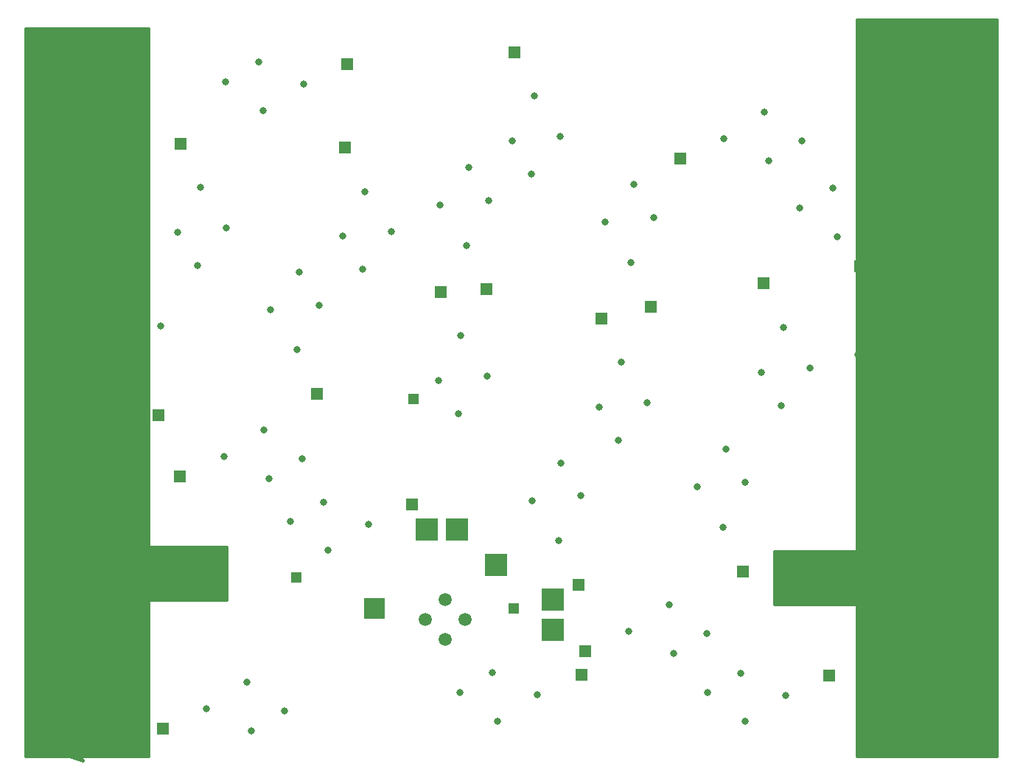
<source format=gbs>
G75*
%MOIN*%
%OFA0B0*%
%FSLAX25Y25*%
%IPPOS*%
%LPD*%
%AMOC8*
5,1,8,0,0,1.08239X$1,22.5*
%
%ADD10C,0.13635*%
%ADD11C,0.01600*%
%ADD12C,0.05950*%
%ADD13R,0.05792X0.05792*%
%ADD14C,0.03162*%
%ADD15R,0.04762X0.04762*%
%ADD16R,0.10249X0.10249*%
%ADD17R,0.09658X0.09658*%
D10*
X0047548Y0054595D03*
X0047548Y0353808D03*
X0407784Y0353808D03*
X0407784Y0054595D03*
D11*
X0067233Y0041800D02*
X0012115Y0041800D01*
X0035737Y0041800D01*
X0037706Y0039831D01*
X0031800Y0041800D01*
X0067233Y0041800D01*
X0067233Y0112666D01*
X0102666Y0112666D01*
X0102666Y0136288D01*
X0067233Y0136288D01*
X0067233Y0370540D01*
X0012115Y0370540D01*
X0012115Y0041800D01*
X0012115Y0043399D02*
X0067233Y0043399D01*
X0067233Y0044997D02*
X0012115Y0044997D01*
X0012115Y0046596D02*
X0067233Y0046596D01*
X0067233Y0048194D02*
X0012115Y0048194D01*
X0012115Y0049793D02*
X0067233Y0049793D01*
X0067233Y0051391D02*
X0012115Y0051391D01*
X0012115Y0052990D02*
X0067233Y0052990D01*
X0067233Y0054588D02*
X0012115Y0054588D01*
X0012115Y0056187D02*
X0067233Y0056187D01*
X0067233Y0057785D02*
X0012115Y0057785D01*
X0012115Y0059384D02*
X0067233Y0059384D01*
X0067233Y0060982D02*
X0012115Y0060982D01*
X0012115Y0062581D02*
X0067233Y0062581D01*
X0067233Y0064179D02*
X0012115Y0064179D01*
X0012115Y0065778D02*
X0067233Y0065778D01*
X0067233Y0067376D02*
X0012115Y0067376D01*
X0012115Y0068975D02*
X0067233Y0068975D01*
X0067233Y0070573D02*
X0012115Y0070573D01*
X0012115Y0072172D02*
X0067233Y0072172D01*
X0067233Y0073770D02*
X0012115Y0073770D01*
X0012115Y0075369D02*
X0067233Y0075369D01*
X0067233Y0076967D02*
X0012115Y0076967D01*
X0012115Y0078566D02*
X0067233Y0078566D01*
X0067233Y0080164D02*
X0012115Y0080164D01*
X0012115Y0081763D02*
X0067233Y0081763D01*
X0067233Y0083361D02*
X0012115Y0083361D01*
X0012115Y0084960D02*
X0067233Y0084960D01*
X0067233Y0086558D02*
X0012115Y0086558D01*
X0012115Y0088157D02*
X0067233Y0088157D01*
X0067233Y0089755D02*
X0012115Y0089755D01*
X0012115Y0091354D02*
X0067233Y0091354D01*
X0067233Y0092952D02*
X0012115Y0092952D01*
X0012115Y0094551D02*
X0067233Y0094551D01*
X0067233Y0096149D02*
X0012115Y0096149D01*
X0012115Y0097748D02*
X0067233Y0097748D01*
X0067233Y0099346D02*
X0012115Y0099346D01*
X0012115Y0100945D02*
X0067233Y0100945D01*
X0067233Y0102543D02*
X0012115Y0102543D01*
X0012115Y0104142D02*
X0067233Y0104142D01*
X0067233Y0105740D02*
X0012115Y0105740D01*
X0012115Y0107339D02*
X0067233Y0107339D01*
X0067233Y0108937D02*
X0012115Y0108937D01*
X0012115Y0110536D02*
X0067233Y0110536D01*
X0067233Y0112134D02*
X0012115Y0112134D01*
X0012115Y0113733D02*
X0102666Y0113733D01*
X0102666Y0115332D02*
X0012115Y0115332D01*
X0012115Y0116930D02*
X0102666Y0116930D01*
X0102666Y0118529D02*
X0012115Y0118529D01*
X0012115Y0120127D02*
X0102666Y0120127D01*
X0102666Y0121726D02*
X0012115Y0121726D01*
X0012115Y0123324D02*
X0102666Y0123324D01*
X0102666Y0124923D02*
X0012115Y0124923D01*
X0012115Y0126521D02*
X0102666Y0126521D01*
X0102666Y0128120D02*
X0012115Y0128120D01*
X0012115Y0129718D02*
X0102666Y0129718D01*
X0102666Y0131317D02*
X0012115Y0131317D01*
X0012115Y0132915D02*
X0102666Y0132915D01*
X0102666Y0134514D02*
X0012115Y0134514D01*
X0012115Y0136112D02*
X0102666Y0136112D01*
X0067233Y0137711D02*
X0012115Y0137711D01*
X0012115Y0139309D02*
X0067233Y0139309D01*
X0067233Y0140908D02*
X0012115Y0140908D01*
X0012115Y0142506D02*
X0067233Y0142506D01*
X0067233Y0144105D02*
X0012115Y0144105D01*
X0012115Y0145703D02*
X0067233Y0145703D01*
X0067233Y0147302D02*
X0012115Y0147302D01*
X0012115Y0148900D02*
X0067233Y0148900D01*
X0067233Y0150499D02*
X0012115Y0150499D01*
X0012115Y0152097D02*
X0067233Y0152097D01*
X0067233Y0153696D02*
X0012115Y0153696D01*
X0012115Y0155294D02*
X0067233Y0155294D01*
X0067233Y0156893D02*
X0012115Y0156893D01*
X0012115Y0158491D02*
X0067233Y0158491D01*
X0067233Y0160090D02*
X0012115Y0160090D01*
X0012115Y0161688D02*
X0067233Y0161688D01*
X0067233Y0163287D02*
X0012115Y0163287D01*
X0012115Y0164885D02*
X0067233Y0164885D01*
X0067233Y0166484D02*
X0012115Y0166484D01*
X0012115Y0168082D02*
X0067233Y0168082D01*
X0067233Y0169681D02*
X0012115Y0169681D01*
X0012115Y0171279D02*
X0067233Y0171279D01*
X0067233Y0172878D02*
X0012115Y0172878D01*
X0012115Y0174476D02*
X0067233Y0174476D01*
X0067233Y0176075D02*
X0012115Y0176075D01*
X0012115Y0177673D02*
X0067233Y0177673D01*
X0067233Y0179272D02*
X0012115Y0179272D01*
X0012115Y0180870D02*
X0067233Y0180870D01*
X0067233Y0182469D02*
X0012115Y0182469D01*
X0012115Y0184068D02*
X0067233Y0184068D01*
X0067233Y0185666D02*
X0012115Y0185666D01*
X0012115Y0187265D02*
X0067233Y0187265D01*
X0067233Y0188863D02*
X0012115Y0188863D01*
X0012115Y0190462D02*
X0067233Y0190462D01*
X0067233Y0192060D02*
X0012115Y0192060D01*
X0012115Y0193659D02*
X0067233Y0193659D01*
X0067233Y0195257D02*
X0012115Y0195257D01*
X0012115Y0196856D02*
X0067233Y0196856D01*
X0067233Y0198454D02*
X0012115Y0198454D01*
X0012115Y0200053D02*
X0067233Y0200053D01*
X0067233Y0201651D02*
X0012115Y0201651D01*
X0012115Y0203250D02*
X0067233Y0203250D01*
X0067233Y0204848D02*
X0012115Y0204848D01*
X0012115Y0206447D02*
X0067233Y0206447D01*
X0067233Y0208045D02*
X0012115Y0208045D01*
X0012115Y0209644D02*
X0067233Y0209644D01*
X0067233Y0211242D02*
X0012115Y0211242D01*
X0012115Y0212841D02*
X0067233Y0212841D01*
X0067233Y0214439D02*
X0012115Y0214439D01*
X0012115Y0216038D02*
X0067233Y0216038D01*
X0067233Y0217636D02*
X0012115Y0217636D01*
X0012115Y0219235D02*
X0067233Y0219235D01*
X0067233Y0220833D02*
X0012115Y0220833D01*
X0012115Y0222432D02*
X0067233Y0222432D01*
X0067233Y0224030D02*
X0012115Y0224030D01*
X0012115Y0225629D02*
X0067233Y0225629D01*
X0067233Y0227227D02*
X0012115Y0227227D01*
X0012115Y0228826D02*
X0067233Y0228826D01*
X0067233Y0230424D02*
X0012115Y0230424D01*
X0012115Y0232023D02*
X0067233Y0232023D01*
X0067233Y0233621D02*
X0012115Y0233621D01*
X0012115Y0235220D02*
X0067233Y0235220D01*
X0067233Y0236818D02*
X0012115Y0236818D01*
X0012115Y0238417D02*
X0067233Y0238417D01*
X0067233Y0240015D02*
X0012115Y0240015D01*
X0012115Y0241614D02*
X0067233Y0241614D01*
X0067233Y0243212D02*
X0012115Y0243212D01*
X0012115Y0244811D02*
X0067233Y0244811D01*
X0067233Y0246409D02*
X0012115Y0246409D01*
X0012115Y0248008D02*
X0067233Y0248008D01*
X0067233Y0249606D02*
X0012115Y0249606D01*
X0012115Y0251205D02*
X0067233Y0251205D01*
X0067233Y0252803D02*
X0012115Y0252803D01*
X0012115Y0254402D02*
X0067233Y0254402D01*
X0067233Y0256001D02*
X0012115Y0256001D01*
X0012115Y0257599D02*
X0067233Y0257599D01*
X0067233Y0259198D02*
X0012115Y0259198D01*
X0012115Y0260796D02*
X0067233Y0260796D01*
X0067233Y0262395D02*
X0012115Y0262395D01*
X0012115Y0263993D02*
X0067233Y0263993D01*
X0067233Y0265592D02*
X0012115Y0265592D01*
X0012115Y0267190D02*
X0067233Y0267190D01*
X0067233Y0268789D02*
X0012115Y0268789D01*
X0012115Y0270387D02*
X0067233Y0270387D01*
X0067233Y0271986D02*
X0012115Y0271986D01*
X0012115Y0273584D02*
X0067233Y0273584D01*
X0067233Y0275183D02*
X0012115Y0275183D01*
X0012115Y0276781D02*
X0067233Y0276781D01*
X0067233Y0278380D02*
X0012115Y0278380D01*
X0012115Y0279978D02*
X0067233Y0279978D01*
X0067233Y0281577D02*
X0012115Y0281577D01*
X0012115Y0283175D02*
X0067233Y0283175D01*
X0067233Y0284774D02*
X0012115Y0284774D01*
X0012115Y0286372D02*
X0067233Y0286372D01*
X0067233Y0287971D02*
X0012115Y0287971D01*
X0012115Y0289569D02*
X0067233Y0289569D01*
X0067233Y0291168D02*
X0012115Y0291168D01*
X0012115Y0292766D02*
X0067233Y0292766D01*
X0067233Y0294365D02*
X0012115Y0294365D01*
X0012115Y0295963D02*
X0067233Y0295963D01*
X0067233Y0297562D02*
X0012115Y0297562D01*
X0012115Y0299160D02*
X0067233Y0299160D01*
X0067233Y0300759D02*
X0012115Y0300759D01*
X0012115Y0302357D02*
X0067233Y0302357D01*
X0067233Y0303956D02*
X0012115Y0303956D01*
X0012115Y0305554D02*
X0067233Y0305554D01*
X0067233Y0307153D02*
X0012115Y0307153D01*
X0012115Y0308751D02*
X0067233Y0308751D01*
X0067233Y0310350D02*
X0012115Y0310350D01*
X0012115Y0311948D02*
X0067233Y0311948D01*
X0067233Y0313547D02*
X0012115Y0313547D01*
X0012115Y0315145D02*
X0067233Y0315145D01*
X0067233Y0316744D02*
X0012115Y0316744D01*
X0012115Y0318342D02*
X0067233Y0318342D01*
X0067233Y0319941D02*
X0012115Y0319941D01*
X0012115Y0321539D02*
X0067233Y0321539D01*
X0067233Y0323138D02*
X0012115Y0323138D01*
X0012115Y0324737D02*
X0067233Y0324737D01*
X0067233Y0326335D02*
X0012115Y0326335D01*
X0012115Y0327934D02*
X0067233Y0327934D01*
X0067233Y0329532D02*
X0012115Y0329532D01*
X0012115Y0331131D02*
X0067233Y0331131D01*
X0067233Y0332729D02*
X0012115Y0332729D01*
X0012115Y0334328D02*
X0067233Y0334328D01*
X0067233Y0335926D02*
X0012115Y0335926D01*
X0012115Y0337525D02*
X0067233Y0337525D01*
X0067233Y0339123D02*
X0012115Y0339123D01*
X0012115Y0340722D02*
X0067233Y0340722D01*
X0067233Y0342320D02*
X0012115Y0342320D01*
X0012115Y0343919D02*
X0067233Y0343919D01*
X0067233Y0345517D02*
X0012115Y0345517D01*
X0012115Y0347116D02*
X0067233Y0347116D01*
X0067233Y0348714D02*
X0012115Y0348714D01*
X0012115Y0350313D02*
X0067233Y0350313D01*
X0067233Y0351911D02*
X0012115Y0351911D01*
X0012115Y0353510D02*
X0067233Y0353510D01*
X0067233Y0355108D02*
X0012115Y0355108D01*
X0012115Y0356707D02*
X0067233Y0356707D01*
X0067233Y0358305D02*
X0012115Y0358305D01*
X0012115Y0359904D02*
X0067233Y0359904D01*
X0067233Y0361502D02*
X0012115Y0361502D01*
X0012115Y0363101D02*
X0067233Y0363101D01*
X0067233Y0364699D02*
X0012115Y0364699D01*
X0012115Y0366298D02*
X0067233Y0366298D01*
X0067233Y0367896D02*
X0012115Y0367896D01*
X0012115Y0369495D02*
X0067233Y0369495D01*
X0350698Y0134320D02*
X0388099Y0134320D01*
X0388099Y0374477D01*
X0451091Y0374477D01*
X0451091Y0041800D01*
X0388099Y0041800D01*
X0388099Y0110698D01*
X0350698Y0110698D01*
X0350698Y0134320D01*
X0350698Y0132915D02*
X0451091Y0132915D01*
X0451091Y0131317D02*
X0350698Y0131317D01*
X0350698Y0129718D02*
X0451091Y0129718D01*
X0451091Y0128120D02*
X0350698Y0128120D01*
X0350698Y0126521D02*
X0451091Y0126521D01*
X0451091Y0124923D02*
X0350698Y0124923D01*
X0350698Y0123324D02*
X0451091Y0123324D01*
X0451091Y0121726D02*
X0350698Y0121726D01*
X0350698Y0120127D02*
X0451091Y0120127D01*
X0451091Y0118529D02*
X0350698Y0118529D01*
X0350698Y0116930D02*
X0451091Y0116930D01*
X0451091Y0115332D02*
X0350698Y0115332D01*
X0350698Y0113733D02*
X0451091Y0113733D01*
X0451091Y0112134D02*
X0350698Y0112134D01*
X0388099Y0110536D02*
X0451091Y0110536D01*
X0451091Y0108937D02*
X0388099Y0108937D01*
X0388099Y0107339D02*
X0451091Y0107339D01*
X0451091Y0105740D02*
X0388099Y0105740D01*
X0388099Y0104142D02*
X0451091Y0104142D01*
X0451091Y0102543D02*
X0388099Y0102543D01*
X0388099Y0100945D02*
X0451091Y0100945D01*
X0451091Y0099346D02*
X0388099Y0099346D01*
X0388099Y0097748D02*
X0451091Y0097748D01*
X0451091Y0096149D02*
X0388099Y0096149D01*
X0388099Y0094551D02*
X0451091Y0094551D01*
X0451091Y0092952D02*
X0388099Y0092952D01*
X0388099Y0091354D02*
X0451091Y0091354D01*
X0451091Y0089755D02*
X0388099Y0089755D01*
X0388099Y0088157D02*
X0451091Y0088157D01*
X0451091Y0086558D02*
X0388099Y0086558D01*
X0388099Y0084960D02*
X0451091Y0084960D01*
X0451091Y0083361D02*
X0388099Y0083361D01*
X0388099Y0081763D02*
X0451091Y0081763D01*
X0451091Y0080164D02*
X0388099Y0080164D01*
X0388099Y0078566D02*
X0451091Y0078566D01*
X0451091Y0076967D02*
X0388099Y0076967D01*
X0388099Y0075369D02*
X0451091Y0075369D01*
X0451091Y0073770D02*
X0388099Y0073770D01*
X0388099Y0072172D02*
X0451091Y0072172D01*
X0451091Y0070573D02*
X0388099Y0070573D01*
X0388099Y0068975D02*
X0451091Y0068975D01*
X0451091Y0067376D02*
X0388099Y0067376D01*
X0388099Y0065778D02*
X0451091Y0065778D01*
X0451091Y0064179D02*
X0388099Y0064179D01*
X0388099Y0062581D02*
X0451091Y0062581D01*
X0451091Y0060982D02*
X0388099Y0060982D01*
X0388099Y0059384D02*
X0451091Y0059384D01*
X0451091Y0057785D02*
X0388099Y0057785D01*
X0388099Y0056187D02*
X0451091Y0056187D01*
X0451091Y0054588D02*
X0388099Y0054588D01*
X0388099Y0052990D02*
X0451091Y0052990D01*
X0451091Y0051391D02*
X0388099Y0051391D01*
X0388099Y0049793D02*
X0451091Y0049793D01*
X0451091Y0048194D02*
X0388099Y0048194D01*
X0388099Y0046596D02*
X0451091Y0046596D01*
X0451091Y0044997D02*
X0388099Y0044997D01*
X0388099Y0043399D02*
X0451091Y0043399D01*
X0451091Y0041800D02*
X0423532Y0041800D01*
X0388099Y0041800D01*
X0388099Y0134514D02*
X0451091Y0134514D01*
X0451091Y0136112D02*
X0388099Y0136112D01*
X0388099Y0137711D02*
X0451091Y0137711D01*
X0451091Y0139309D02*
X0388099Y0139309D01*
X0388099Y0140908D02*
X0451091Y0140908D01*
X0451091Y0142506D02*
X0388099Y0142506D01*
X0388099Y0144105D02*
X0451091Y0144105D01*
X0451091Y0145703D02*
X0388099Y0145703D01*
X0388099Y0147302D02*
X0451091Y0147302D01*
X0451091Y0148900D02*
X0388099Y0148900D01*
X0388099Y0150499D02*
X0451091Y0150499D01*
X0451091Y0152097D02*
X0388099Y0152097D01*
X0388099Y0153696D02*
X0451091Y0153696D01*
X0451091Y0155294D02*
X0388099Y0155294D01*
X0388099Y0156893D02*
X0451091Y0156893D01*
X0451091Y0158491D02*
X0388099Y0158491D01*
X0388099Y0160090D02*
X0451091Y0160090D01*
X0451091Y0161688D02*
X0388099Y0161688D01*
X0388099Y0163287D02*
X0451091Y0163287D01*
X0451091Y0164885D02*
X0388099Y0164885D01*
X0388099Y0166484D02*
X0451091Y0166484D01*
X0451091Y0168082D02*
X0388099Y0168082D01*
X0388099Y0169681D02*
X0451091Y0169681D01*
X0451091Y0171279D02*
X0388099Y0171279D01*
X0388099Y0172878D02*
X0451091Y0172878D01*
X0451091Y0174476D02*
X0388099Y0174476D01*
X0388099Y0176075D02*
X0451091Y0176075D01*
X0451091Y0177673D02*
X0388099Y0177673D01*
X0388099Y0179272D02*
X0451091Y0179272D01*
X0451091Y0180870D02*
X0388099Y0180870D01*
X0388099Y0182469D02*
X0451091Y0182469D01*
X0451091Y0184068D02*
X0388099Y0184068D01*
X0388099Y0185666D02*
X0451091Y0185666D01*
X0451091Y0187265D02*
X0388099Y0187265D01*
X0388099Y0188863D02*
X0451091Y0188863D01*
X0451091Y0190462D02*
X0388099Y0190462D01*
X0388099Y0192060D02*
X0451091Y0192060D01*
X0451091Y0193659D02*
X0388099Y0193659D01*
X0388099Y0195257D02*
X0451091Y0195257D01*
X0451091Y0196856D02*
X0388099Y0196856D01*
X0388099Y0198454D02*
X0451091Y0198454D01*
X0451091Y0200053D02*
X0388099Y0200053D01*
X0388099Y0201651D02*
X0451091Y0201651D01*
X0451091Y0203250D02*
X0388099Y0203250D01*
X0388099Y0204848D02*
X0451091Y0204848D01*
X0451091Y0206447D02*
X0388099Y0206447D01*
X0388099Y0208045D02*
X0451091Y0208045D01*
X0451091Y0209644D02*
X0388099Y0209644D01*
X0388099Y0211242D02*
X0451091Y0211242D01*
X0451091Y0212841D02*
X0388099Y0212841D01*
X0388099Y0214439D02*
X0451091Y0214439D01*
X0451091Y0216038D02*
X0388099Y0216038D01*
X0388099Y0217636D02*
X0451091Y0217636D01*
X0451091Y0219235D02*
X0388099Y0219235D01*
X0388099Y0220833D02*
X0451091Y0220833D01*
X0451091Y0222432D02*
X0388099Y0222432D01*
X0388099Y0224030D02*
X0451091Y0224030D01*
X0451091Y0225629D02*
X0388099Y0225629D01*
X0388099Y0227227D02*
X0451091Y0227227D01*
X0451091Y0228826D02*
X0388099Y0228826D01*
X0388099Y0230424D02*
X0451091Y0230424D01*
X0451091Y0232023D02*
X0388099Y0232023D01*
X0388099Y0233621D02*
X0451091Y0233621D01*
X0451091Y0235220D02*
X0388099Y0235220D01*
X0388099Y0236818D02*
X0451091Y0236818D01*
X0451091Y0238417D02*
X0388099Y0238417D01*
X0388099Y0240015D02*
X0451091Y0240015D01*
X0451091Y0241614D02*
X0388099Y0241614D01*
X0388099Y0243212D02*
X0451091Y0243212D01*
X0451091Y0244811D02*
X0388099Y0244811D01*
X0388099Y0246409D02*
X0451091Y0246409D01*
X0451091Y0248008D02*
X0388099Y0248008D01*
X0388099Y0249606D02*
X0451091Y0249606D01*
X0451091Y0251205D02*
X0388099Y0251205D01*
X0388099Y0252803D02*
X0451091Y0252803D01*
X0451091Y0254402D02*
X0388099Y0254402D01*
X0388099Y0256001D02*
X0451091Y0256001D01*
X0451091Y0257599D02*
X0388099Y0257599D01*
X0388099Y0259198D02*
X0451091Y0259198D01*
X0451091Y0260796D02*
X0388099Y0260796D01*
X0388099Y0262395D02*
X0451091Y0262395D01*
X0451091Y0263993D02*
X0388099Y0263993D01*
X0388099Y0265592D02*
X0451091Y0265592D01*
X0451091Y0267190D02*
X0388099Y0267190D01*
X0388099Y0268789D02*
X0451091Y0268789D01*
X0451091Y0270387D02*
X0388099Y0270387D01*
X0388099Y0271986D02*
X0451091Y0271986D01*
X0451091Y0273584D02*
X0388099Y0273584D01*
X0388099Y0275183D02*
X0451091Y0275183D01*
X0451091Y0276781D02*
X0388099Y0276781D01*
X0388099Y0278380D02*
X0451091Y0278380D01*
X0451091Y0279978D02*
X0388099Y0279978D01*
X0388099Y0281577D02*
X0451091Y0281577D01*
X0451091Y0283175D02*
X0388099Y0283175D01*
X0388099Y0284774D02*
X0451091Y0284774D01*
X0451091Y0286372D02*
X0388099Y0286372D01*
X0388099Y0287971D02*
X0451091Y0287971D01*
X0451091Y0289569D02*
X0388099Y0289569D01*
X0388099Y0291168D02*
X0451091Y0291168D01*
X0451091Y0292766D02*
X0388099Y0292766D01*
X0388099Y0294365D02*
X0451091Y0294365D01*
X0451091Y0295963D02*
X0388099Y0295963D01*
X0388099Y0297562D02*
X0451091Y0297562D01*
X0451091Y0299160D02*
X0388099Y0299160D01*
X0388099Y0300759D02*
X0451091Y0300759D01*
X0451091Y0302357D02*
X0388099Y0302357D01*
X0388099Y0303956D02*
X0451091Y0303956D01*
X0451091Y0305554D02*
X0388099Y0305554D01*
X0388099Y0307153D02*
X0451091Y0307153D01*
X0451091Y0308751D02*
X0388099Y0308751D01*
X0388099Y0310350D02*
X0451091Y0310350D01*
X0451091Y0311948D02*
X0388099Y0311948D01*
X0388099Y0313547D02*
X0451091Y0313547D01*
X0451091Y0315145D02*
X0388099Y0315145D01*
X0388099Y0316744D02*
X0451091Y0316744D01*
X0451091Y0318342D02*
X0388099Y0318342D01*
X0388099Y0319941D02*
X0451091Y0319941D01*
X0451091Y0321539D02*
X0388099Y0321539D01*
X0388099Y0323138D02*
X0451091Y0323138D01*
X0451091Y0324737D02*
X0388099Y0324737D01*
X0388099Y0326335D02*
X0451091Y0326335D01*
X0451091Y0327934D02*
X0388099Y0327934D01*
X0388099Y0329532D02*
X0451091Y0329532D01*
X0451091Y0331131D02*
X0388099Y0331131D01*
X0388099Y0332729D02*
X0451091Y0332729D01*
X0451091Y0334328D02*
X0388099Y0334328D01*
X0388099Y0335926D02*
X0451091Y0335926D01*
X0451091Y0337525D02*
X0388099Y0337525D01*
X0388099Y0339123D02*
X0451091Y0339123D01*
X0451091Y0340722D02*
X0388099Y0340722D01*
X0388099Y0342320D02*
X0451091Y0342320D01*
X0451091Y0343919D02*
X0388099Y0343919D01*
X0388099Y0345517D02*
X0451091Y0345517D01*
X0451091Y0347116D02*
X0388099Y0347116D01*
X0388099Y0348714D02*
X0451091Y0348714D01*
X0451091Y0350313D02*
X0388099Y0350313D01*
X0388099Y0351911D02*
X0451091Y0351911D01*
X0451091Y0353510D02*
X0388099Y0353510D01*
X0388099Y0355108D02*
X0451091Y0355108D01*
X0451091Y0356707D02*
X0388099Y0356707D01*
X0388099Y0358305D02*
X0451091Y0358305D01*
X0451091Y0359904D02*
X0388099Y0359904D01*
X0388099Y0361502D02*
X0451091Y0361502D01*
X0451091Y0363101D02*
X0388099Y0363101D01*
X0388099Y0364699D02*
X0451091Y0364699D01*
X0451091Y0366298D02*
X0388099Y0366298D01*
X0388099Y0367896D02*
X0451091Y0367896D01*
X0451091Y0369495D02*
X0388099Y0369495D01*
X0388099Y0371093D02*
X0451091Y0371093D01*
X0451091Y0372692D02*
X0388099Y0372692D01*
X0388099Y0374290D02*
X0451091Y0374290D01*
X0037336Y0040201D02*
X0036596Y0040201D01*
D12*
X0192611Y0103650D03*
X0201643Y0094623D03*
X0210674Y0103650D03*
X0201643Y0112678D03*
D13*
X0186643Y0155698D03*
X0143611Y0205619D03*
X0081682Y0168335D03*
X0072036Y0196013D03*
X0044713Y0186721D03*
X0073887Y0054438D03*
X0263257Y0078650D03*
X0264910Y0089320D03*
X0261839Y0119320D03*
X0336367Y0125383D03*
X0375461Y0078375D03*
X0412587Y0072154D03*
X0272233Y0239713D03*
X0294753Y0245068D03*
X0345619Y0255461D03*
X0389202Y0263335D03*
X0417115Y0297430D03*
X0307902Y0312036D03*
X0232863Y0360107D03*
X0157351Y0354517D03*
X0156328Y0316957D03*
X0081839Y0318690D03*
X0199674Y0251682D03*
X0220146Y0252863D03*
D14*
X0208650Y0231839D03*
X0220540Y0213572D03*
X0207548Y0196564D03*
X0198611Y0211524D03*
X0144674Y0245776D03*
X0135737Y0260737D03*
X0122745Y0243729D03*
X0134635Y0225461D03*
X0164202Y0261839D03*
X0155265Y0276800D03*
X0177194Y0278847D03*
X0199280Y0290973D03*
X0212272Y0307981D03*
X0221209Y0293020D03*
X0211170Y0272706D03*
X0240737Y0304989D03*
X0231800Y0319950D03*
X0253729Y0321997D03*
X0241839Y0340265D03*
X0286879Y0300186D03*
X0295816Y0285225D03*
X0273887Y0283178D03*
X0285776Y0264910D03*
X0281209Y0219871D03*
X0293099Y0201603D03*
X0280107Y0184595D03*
X0271170Y0199556D03*
X0253965Y0174438D03*
X0262902Y0159477D03*
X0240973Y0157430D03*
X0252863Y0139162D03*
X0284753Y0098296D03*
X0303020Y0110186D03*
X0320028Y0097194D03*
X0305068Y0088257D03*
X0320343Y0070501D03*
X0335304Y0079438D03*
X0337351Y0057509D03*
X0355619Y0069398D03*
X0403611Y0091997D03*
X0391721Y0110265D03*
X0404713Y0127272D03*
X0413650Y0112312D03*
X0337430Y0165540D03*
X0328493Y0180501D03*
X0315501Y0163493D03*
X0327391Y0145225D03*
X0353493Y0200343D03*
X0344556Y0215304D03*
X0366485Y0217351D03*
X0354595Y0235619D03*
X0388139Y0223178D03*
X0397076Y0208217D03*
X0410068Y0225225D03*
X0398178Y0243493D03*
X0379005Y0276564D03*
X0361997Y0289556D03*
X0376957Y0298493D03*
X0397272Y0288454D03*
X0363020Y0319910D03*
X0348060Y0310973D03*
X0327745Y0321013D03*
X0346013Y0332902D03*
X0165304Y0297115D03*
X0119241Y0333650D03*
X0102233Y0346643D03*
X0117194Y0355580D03*
X0137509Y0345540D03*
X0090816Y0298847D03*
X0102706Y0280580D03*
X0089713Y0263572D03*
X0080776Y0278532D03*
X0064162Y0251131D03*
X0073099Y0236170D03*
X0051170Y0234123D03*
X0063060Y0215855D03*
X0101524Y0177312D03*
X0119792Y0189202D03*
X0136800Y0176209D03*
X0121839Y0167272D03*
X0131524Y0147824D03*
X0146485Y0156761D03*
X0166800Y0146721D03*
X0148532Y0134831D03*
X0111997Y0075304D03*
X0129005Y0062312D03*
X0114044Y0053375D03*
X0093729Y0063414D03*
X0052587Y0131603D03*
X0043650Y0146564D03*
X0065580Y0148611D03*
X0053690Y0166879D03*
X0208139Y0070776D03*
X0223099Y0079713D03*
X0243414Y0069674D03*
X0225146Y0057784D03*
D15*
X0232587Y0108729D03*
X0134162Y0122509D03*
X0187312Y0203217D03*
D16*
X0193217Y0144162D03*
X0206997Y0144162D03*
X0224713Y0128414D03*
X0250304Y0112666D03*
X0250304Y0098887D03*
D17*
X0169595Y0108729D03*
M02*

</source>
